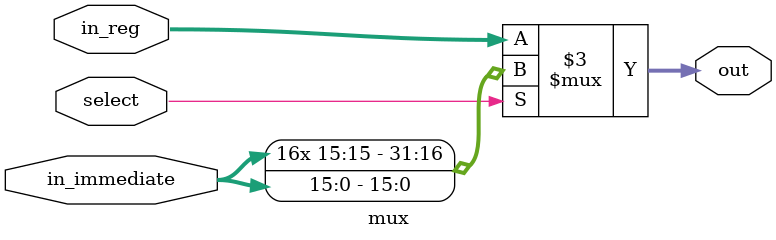
<source format=v>
`timescale 1ns / 1ps


module mux(in_reg, in_immediate, select, out);
    parameter data_width = 32;
    input       [15:0]                  in_immediate;
    input       [data_width-1:0]        in_reg;
    input                               select;
    output reg  [data_width-1:0]        out;
    
    
    begin
    always @(*) 
        if (select) out <= {{16{in_immediate[15]}}, in_immediate[15:0]};
        else out <= in_reg;
    end
     
     
endmodule

</source>
